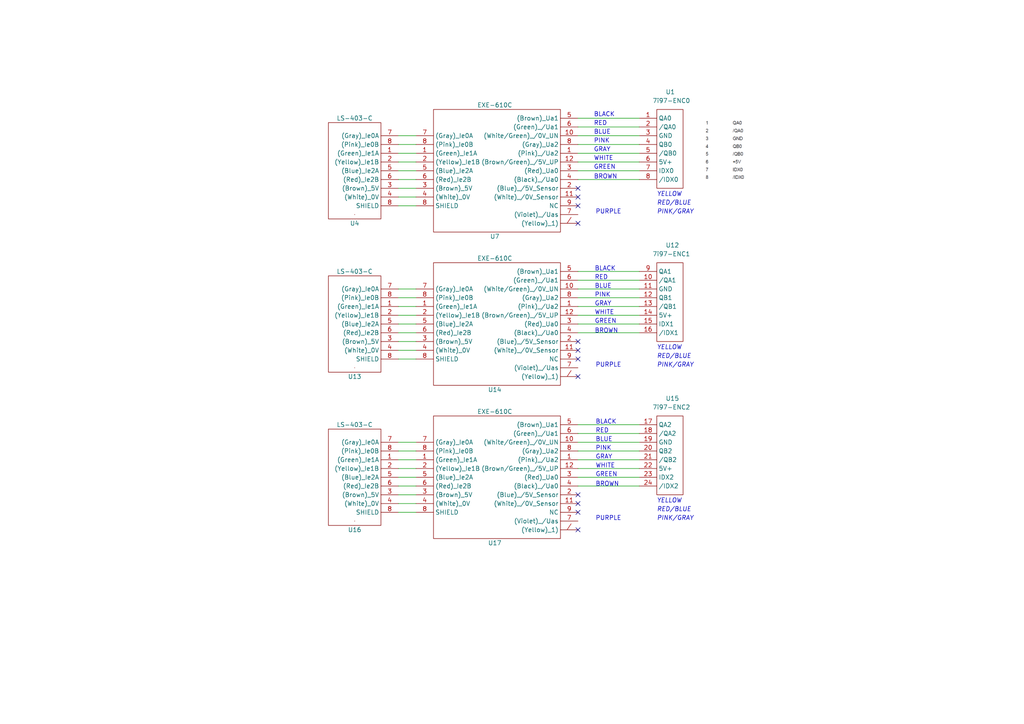
<source format=kicad_sch>
(kicad_sch (version 20250114) (generator "eeschema") (generator_version "9.0")
  (paper "A4")
  (lib_symbols
    (symbol "EXE-610C_1"
      (property "Reference" "EXE" (at 0 -19.05 0))
      (property "Value" "EXE-610C" (at 0 19.05 0))
      (symbol "EXE-610C_1_0_1"
        (rectangle (start -10.16 -2.54) (end -10.16 -2.54) (stroke (width 0.1524)))
        (rectangle (start -10.16 -2.54) (end -10.16 -2.54) (stroke (width 0.1524)))
        (polyline (pts (xy -10.16 -2.54) (xy -10.16 -2.54)) (stroke (width 0.1524)))
        (rectangle (start 19.05 17.78) (end -17.78 -17.78) (stroke (width 0.1524)))
      )
      (symbol "EXE-610C_1_1_1"
        (pin passive line (at -22.86 10.16 0) (length 5.08) (name "(Gray)_Ie0A") (number "7"))
        (pin passive line (at -22.86 7.62 0) (length 5.08) (name "(Pink)_Ie0B") (number "8"))
        (pin passive line (at -22.86 5.08 0) (length 5.08) (name "(Green)_Ie1A") (number "1"))
        (pin passive line (at -22.86 2.54 0) (length 5.08) (name "(Yellow)_Ie1B") (number "2"))
        (pin passive line (at -22.86 0 0) (length 5.08) (name "(Blue)_Ie2A") (number "5"))
        (pin passive line (at -22.86 -2.54 0) (length 5.08) (name "(Red)_Ie2B") (number "6"))
        (pin passive line (at -22.86 -5.08 0) (length 5.08) (name "(Brown)_5V") (number "3"))
        (pin passive line (at -22.86 -7.62 0) (length 5.08) (name "(White)_0V") (number "4"))
        (pin passive line (at -22.86 -10.16 0) (length 5.08) (name "SHIELD") (number "8"))
        (pin passive line (at 24.13 15.24 180) (length 5.08) (name "(Brown)_Ua1") (number "5"))
        (pin passive line (at 24.13 12.7 180) (length 5.08) (name "(Green)_/Ua1") (number "6"))
        (pin passive line (at 24.13 10.16 180) (length 5.08) (name "(White/Green)_/0V_UN") (number "10"))
        (pin passive line (at 24.13 7.62 180) (length 5.08) (name "(Gray)_Ua2") (number "8"))
        (pin passive line (at 24.13 5.08 180) (length 5.08) (name "(Pink)_/Ua2") (number "1"))
        (pin passive line (at 24.13 2.54 180) (length 5.08) (name "(Brown/Green)_/5V_UP") (number "12"))
        (pin passive line (at 24.13 0 180) (length 5.08) (name "(Red)_Ua0") (number "3"))
        (pin passive line (at 24.13 -2.54 180) (length 5.08) (name "(Black)_/Ua0") (number "4"))
        (pin passive line (at 24.13 -5.08 180) (length 5.08) (name "(Blue)_/5V_Sensor") (number "2"))
        (pin passive line (at 24.13 -7.62 180) (length 5.08) (name "(White)_/0V_Sensor") (number "11"))
        (pin passive line (at 24.13 -10.16 180) (length 5.08) (name "NC") (number "9"))
        (pin passive line (at 24.13 -12.7 180) (length 5.08) (name "(Violet)_/Uas") (number "7"))
        (pin passive line (at 24.13 -15.24 180) (length 5.08) (name "(Yellow)_1)") (number "/"))
      )
    )
    (symbol "EXE-610C_2"
      (property "Reference" "EXE" (at 0 -19.05 0))
      (property "Value" "EXE-610C" (at 0 19.05 0))
      (symbol "EXE-610C_2_0_1"
        (rectangle (start -10.16 -2.54) (end -10.16 -2.54) (stroke (width 0.1524)))
        (rectangle (start -10.16 -2.54) (end -10.16 -2.54) (stroke (width 0.1524)))
        (polyline (pts (xy -10.16 -2.54) (xy -10.16 -2.54)) (stroke (width 0.1524)))
        (rectangle (start 19.05 17.78) (end -17.78 -17.78) (stroke (width 0.1524)))
      )
      (symbol "EXE-610C_2_1_1"
        (pin passive line (at -22.86 10.16 0) (length 5.08) (name "(Gray)_Ie0A") (number "7"))
        (pin passive line (at -22.86 7.62 0) (length 5.08) (name "(Pink)_Ie0B") (number "8"))
        (pin passive line (at -22.86 5.08 0) (length 5.08) (name "(Green)_Ie1A") (number "1"))
        (pin passive line (at -22.86 2.54 0) (length 5.08) (name "(Yellow)_Ie1B") (number "2"))
        (pin passive line (at -22.86 0 0) (length 5.08) (name "(Blue)_Ie2A") (number "5"))
        (pin passive line (at -22.86 -2.54 0) (length 5.08) (name "(Red)_Ie2B") (number "6"))
        (pin passive line (at -22.86 -5.08 0) (length 5.08) (name "(Brown)_5V") (number "3"))
        (pin passive line (at -22.86 -7.62 0) (length 5.08) (name "(White)_0V") (number "4"))
        (pin passive line (at -22.86 -10.16 0) (length 5.08) (name "SHIELD") (number "8"))
        (pin passive line (at 24.13 15.24 180) (length 5.08) (name "(Brown)_Ua1") (number "5"))
        (pin passive line (at 24.13 12.7 180) (length 5.08) (name "(Green)_/Ua1") (number "6"))
        (pin passive line (at 24.13 10.16 180) (length 5.08) (name "(White/Green)_/0V_UN") (number "10"))
        (pin passive line (at 24.13 7.62 180) (length 5.08) (name "(Gray)_Ua2") (number "8"))
        (pin passive line (at 24.13 5.08 180) (length 5.08) (name "(Pink)_/Ua2") (number "1"))
        (pin passive line (at 24.13 2.54 180) (length 5.08) (name "(Brown/Green)_/5V_UP") (number "12"))
        (pin passive line (at 24.13 0 180) (length 5.08) (name "(Red)_Ua0") (number "3"))
        (pin passive line (at 24.13 -2.54 180) (length 5.08) (name "(Black)_/Ua0") (number "4"))
        (pin passive line (at 24.13 -5.08 180) (length 5.08) (name "(Blue)_/5V_Sensor") (number "2"))
        (pin passive line (at 24.13 -7.62 180) (length 5.08) (name "(White)_/0V_Sensor") (number "11"))
        (pin passive line (at 24.13 -10.16 180) (length 5.08) (name "NC") (number "9"))
        (pin passive line (at 24.13 -12.7 180) (length 5.08) (name "(Violet)_/Uas") (number "7"))
        (pin passive line (at 24.13 -15.24 180) (length 5.08) (name "(Yellow)_1)") (number "/"))
      )
    )
    (symbol "LS-403-C_1"
      (property "Reference" "LS" (at 0 -15.24 0))
      (property "Value" "LS-403-C" (at 0 15.24 0))
      (symbol "LS-403-C_1_0_1"
        (polyline (pts (xy 0 -12.7) (xy 0 -12.7)) (stroke (width 0.1524)))
        (rectangle (start 0 -12.7) (end 0 -12.7) (stroke (width 0.1524)))
        (rectangle (start 0 -12.7) (end 0 -12.7) (stroke (width 0.1524)))
        (rectangle (start 7.62 13.97) (end -7.62 -13.97) (stroke (width 0.1524)))
      )
      (symbol "LS-403-C_1_1_1"
        (pin passive line (at 12.7 10.16 180) (length 5.08) (name "(Gray)_Ie0A") (number "7"))
        (pin passive line (at 12.7 7.62 180) (length 5.08) (name "(Pink)_Ie0B") (number "8"))
        (pin passive line (at 12.7 5.08 180) (length 5.08) (name "(Green)_Ie1A") (number "1"))
        (pin passive line (at 12.7 2.54 180) (length 5.08) (name "(Yellow)_Ie1B") (number "2"))
        (pin passive line (at 12.7 0 180) (length 5.08) (name "(Blue)_Ie2A") (number "5"))
        (pin passive line (at 12.7 -2.54 180) (length 5.08) (name "(Red)_Ie2B") (number "6"))
        (pin passive line (at 12.7 -5.08 180) (length 5.08) (name "(Brown)_5V") (number "3"))
        (pin passive line (at 12.7 -7.62 180) (length 5.08) (name "(White)_0V") (number "4"))
        (pin passive line (at 12.7 -10.16 180) (length 5.08) (name "SHIELD") (number "8"))
      )
    )
    (symbol "LS-403-C_2"
      (property "Reference" "LS" (at 0 -15.24 0))
      (property "Value" "LS-403-C" (at 0 15.24 0))
      (symbol "LS-403-C_2_0_1"
        (polyline (pts (xy 0 -12.7) (xy 0 -12.7)) (stroke (width 0.1524)))
        (rectangle (start 0 -12.7) (end 0 -12.7) (stroke (width 0.1524)))
        (rectangle (start 0 -12.7) (end 0 -12.7) (stroke (width 0.1524)))
        (rectangle (start 7.62 13.97) (end -7.62 -13.97) (stroke (width 0.1524)))
      )
      (symbol "LS-403-C_2_1_1"
        (pin passive line (at 12.7 10.16 180) (length 5.08) (name "(Gray)_Ie0A") (number "7"))
        (pin passive line (at 12.7 7.62 180) (length 5.08) (name "(Pink)_Ie0B") (number "8"))
        (pin passive line (at 12.7 5.08 180) (length 5.08) (name "(Green)_Ie1A") (number "1"))
        (pin passive line (at 12.7 2.54 180) (length 5.08) (name "(Yellow)_Ie1B") (number "2"))
        (pin passive line (at 12.7 0 180) (length 5.08) (name "(Blue)_Ie2A") (number "5"))
        (pin passive line (at 12.7 -2.54 180) (length 5.08) (name "(Red)_Ie2B") (number "6"))
        (pin passive line (at 12.7 -5.08 180) (length 5.08) (name "(Brown)_5V") (number "3"))
        (pin passive line (at 12.7 -7.62 180) (length 5.08) (name "(White)_0V") (number "4"))
        (pin passive line (at 12.7 -10.16 180) (length 5.08) (name "SHIELD") (number "8"))
      )
    )
    (symbol "MAHO:7i97-ENC0"
      (property "Reference" "U" (at 0 15.24 0))
      (property "Value" "7i97-ENC0" (at 0 12.7 0))
      (symbol "7i97-ENC0_0_1"
        (rectangle (start -3.81 11.43) (end 3.81 -11.43) (stroke (width 0.1524)))
      )
      (symbol "7i97-ENC0_1_1"
        (pin passive line (at -8.89 8.89 0) (length 5.08) (name "QA0") (number "1"))
        (pin passive line (at -8.89 6.35 0) (length 5.08) (name "/QA0") (number "2"))
        (pin passive line (at -8.89 3.81 0) (length 5.08) (name "GND") (number "3"))
        (pin passive line (at -8.89 1.27 0) (length 5.08) (name "QB0") (number "4"))
        (pin passive line (at -8.89 -1.27 0) (length 5.08) (name "/QB0") (number "5"))
        (pin passive line (at -8.89 -3.81 0) (length 5.08) (name "5V+") (number "6"))
        (pin passive line (at -8.89 -6.35 0) (length 5.08) (name "IDX0") (number "7"))
        (pin passive line (at -8.89 -8.89 0) (length 5.08) (name "/IDX0") (number "8"))
      )
    )
    (symbol "MAHO:7i97-ENC1"
      (property "Reference" "U" (at 0 13.97 0))
      (property "Value" "7i97-ENC1" (at 0 12.7 0))
      (symbol "7i97-ENC1_0_1"
        (rectangle (start -3.81 11.43) (end 3.81 -11.43) (stroke (width 0.1524)))
      )
      (symbol "7i97-ENC1_1_1"
        (pin passive line (at -8.89 8.89 0) (length 5.08) (name "QA1") (number "9"))
        (pin passive line (at -8.89 6.35 0) (length 5.08) (name "/QA1") (number "10"))
        (pin passive line (at -8.89 3.81 0) (length 5.08) (name "GND") (number "11"))
        (pin passive line (at -8.89 1.27 0) (length 5.08) (name "QB1") (number "12"))
        (pin passive line (at -8.89 -1.27 0) (length 5.08) (name "/QB1") (number "13"))
        (pin passive line (at -8.89 -3.81 0) (length 5.08) (name "5V+") (number "14"))
        (pin passive line (at -8.89 -6.35 0) (length 5.08) (name "IDX1") (number "15"))
        (pin passive line (at -8.89 -8.89 0) (length 5.08) (name "/IDX1") (number "16"))
      )
    )
    (symbol "MAHO:7i97-ENC2"
      (property "Reference" "U" (at 0 15.24 0))
      (property "Value" "7i97-ENC2" (at 0 12.7 0))
      (symbol "7i97-ENC2_0_1"
        (rectangle (start -3.81 11.43) (end 3.81 -11.43) (stroke (width 0.1524)))
      )
      (symbol "7i97-ENC2_1_1"
        (pin passive line (at -8.89 8.89 0) (length 5.08) (name "QA2") (number "17"))
        (pin passive line (at -8.89 6.35 0) (length 5.08) (name "/QA2") (number "18"))
        (pin passive line (at -8.89 3.81 0) (length 5.08) (name "GND") (number "19"))
        (pin passive line (at -8.89 1.27 0) (length 5.08) (name "QB2") (number "20"))
        (pin passive line (at -8.89 -1.27 0) (length 5.08) (name "/QB2") (number "21"))
        (pin passive line (at -8.89 -3.81 0) (length 5.08) (name "5V+") (number "22"))
        (pin passive line (at -8.89 -6.35 0) (length 5.08) (name "IDX2") (number "23"))
        (pin passive line (at -8.89 -8.89 0) (length 5.08) (name "/IDX2") (number "24"))
      )
    )
    (symbol "MAHO:EXE-610C"
      (property "Reference" "EXE" (at 0 -19.05 0))
      (property "Value" "EXE-610C" (at 0 19.05 0))
      (symbol "EXE-610C_0_1"
        (rectangle (start -10.16 -2.54) (end -10.16 -2.54) (stroke (width 0.1524)))
        (rectangle (start -10.16 -2.54) (end -10.16 -2.54) (stroke (width 0.1524)))
        (polyline (pts (xy -10.16 -2.54) (xy -10.16 -2.54)) (stroke (width 0.1524)))
        (rectangle (start 19.05 17.78) (end -17.78 -17.78) (stroke (width 0.1524)))
      )
      (symbol "EXE-610C_1_1"
        (pin passive line (at -22.86 10.16 0) (length 5.08) (name "(Gray)_Ie0A") (number "7"))
        (pin passive line (at -22.86 7.62 0) (length 5.08) (name "(Pink)_Ie0B") (number "8"))
        (pin passive line (at -22.86 5.08 0) (length 5.08) (name "(Green)_Ie1A") (number "1"))
        (pin passive line (at -22.86 2.54 0) (length 5.08) (name "(Yellow)_Ie1B") (number "2"))
        (pin passive line (at -22.86 0 0) (length 5.08) (name "(Blue)_Ie2A") (number "5"))
        (pin passive line (at -22.86 -2.54 0) (length 5.08) (name "(Red)_Ie2B") (number "6"))
        (pin passive line (at -22.86 -5.08 0) (length 5.08) (name "(Brown)_5V") (number "3"))
        (pin passive line (at -22.86 -7.62 0) (length 5.08) (name "(White)_0V") (number "4"))
        (pin passive line (at -22.86 -10.16 0) (length 5.08) (name "SHIELD") (number "8"))
        (pin passive line (at 24.13 15.24 180) (length 5.08) (name "(Brown)_Ua1") (number "5"))
        (pin passive line (at 24.13 12.7 180) (length 5.08) (name "(Green)_/Ua1") (number "6"))
        (pin passive line (at 24.13 10.16 180) (length 5.08) (name "(White/Green)_/0V_UN") (number "10"))
        (pin passive line (at 24.13 7.62 180) (length 5.08) (name "(Gray)_Ua2") (number "8"))
        (pin passive line (at 24.13 5.08 180) (length 5.08) (name "(Pink)_/Ua2") (number "1"))
        (pin passive line (at 24.13 2.54 180) (length 5.08) (name "(Brown/Green)_/5V_UP") (number "12"))
        (pin passive line (at 24.13 0 180) (length 5.08) (name "(Red)_Ua0") (number "3"))
        (pin passive line (at 24.13 -2.54 180) (length 5.08) (name "(Black)_/Ua0") (number "4"))
        (pin passive line (at 24.13 -5.08 180) (length 5.08) (name "(Blue)_/5V_Sensor") (number "2"))
        (pin passive line (at 24.13 -7.62 180) (length 5.08) (name "(White)_/0V_Sensor") (number "11"))
        (pin passive line (at 24.13 -10.16 180) (length 5.08) (name "NC") (number "9"))
        (pin passive line (at 24.13 -12.7 180) (length 5.08) (name "(Violet)_/Uas") (number "7"))
        (pin passive line (at 24.13 -15.24 180) (length 5.08) (name "(Yellow)_1)") (number "/"))
      )
    )
    (symbol "MAHO:LS-403-C"
      (property "Reference" "LS" (at 0 -15.24 0))
      (property "Value" "LS-403-C" (at 0 15.24 0))
      (symbol "LS-403-C_0_1"
        (polyline (pts (xy 0 -12.7) (xy 0 -12.7)) (stroke (width 0.1524)))
        (rectangle (start 0 -12.7) (end 0 -12.7) (stroke (width 0.1524)))
        (rectangle (start 0 -12.7) (end 0 -12.7) (stroke (width 0.1524)))
        (rectangle (start 7.62 13.97) (end -7.62 -13.97) (stroke (width 0.1524)))
      )
      (symbol "LS-403-C_1_1"
        (pin passive line (at 12.7 10.16 180) (length 5.08) (name "(Gray)_Ie0A") (number "7"))
        (pin passive line (at 12.7 7.62 180) (length 5.08) (name "(Pink)_Ie0B") (number "8"))
        (pin passive line (at 12.7 5.08 180) (length 5.08) (name "(Green)_Ie1A") (number "1"))
        (pin passive line (at 12.7 2.54 180) (length 5.08) (name "(Yellow)_Ie1B") (number "2"))
        (pin passive line (at 12.7 0 180) (length 5.08) (name "(Blue)_Ie2A") (number "5"))
        (pin passive line (at 12.7 -2.54 180) (length 5.08) (name "(Red)_Ie2B") (number "6"))
        (pin passive line (at 12.7 -5.08 180) (length 5.08) (name "(Brown)_5V") (number "3"))
        (pin passive line (at 12.7 -7.62 180) (length 5.08) (name "(White)_0V") (number "4"))
        (pin passive line (at 12.7 -10.16 180) (length 5.08) (name "SHIELD") (number "8"))
      )
    )
  )
  (text "WHITE" (at 172.212 46.736 0) (effects (font (size 1.27 1.27)) (justify left bottom)))
  (text "BROWN" (at 172.212 52.07 0) (effects (font (size 1.27 1.27)) (justify left bottom)))
  (text "BLACK" (at 172.466 78.74 0) (effects (font (size 1.27 1.27)) (justify left bottom)))
  (text "PINK/GRAY" (at 190.5 106.68 0) (effects (font (size 1.27 1.27) (italic yes)) (justify left bottom)))
  (text "PURPLE" (at 172.72 62.23 0) (effects (font (size 1.27 1.27)) (justify left bottom)))
  (text "BLUE" (at 172.212 39.116 0) (effects (font (size 1.27 1.27)) (justify left bottom)))
  (text "YELLOW" (at 190.5 101.6 0) (effects (font (size 1.27 1.27) (italic yes)) (justify left bottom)))
  (text "RED" (at 172.212 36.576 0) (effects (font (size 1.27 1.27)) (justify left bottom)))
  (text "BLUE" (at 172.72 128.27 0) (effects (font (size 1.27 1.27)) (justify left bottom)))
  (text "PINK" (at 172.72 130.81 0) (effects (font (size 1.27 1.27)) (justify left bottom)))
  (text "BLACK" (at 172.72 123.19 0) (effects (font (size 1.27 1.27)) (justify left bottom)))
  (text "PINK" (at 172.466 86.36 0) (effects (font (size 1.27 1.27)) (justify left bottom)))
  (text "RED/BLUE" (at 190.5 148.59 0) (effects (font (size 1.27 1.27) (italic yes)) (justify left bottom)))
  (text "PINK" (at 172.212 41.656 0) (effects (font (size 1.27 1.27)) (justify left bottom)))
  (text "PURPLE" (at 172.72 151.13 0) (effects (font (size 1.27 1.27)) (justify left bottom)))
  (text "WHITE" (at 172.72 135.89 0) (effects (font (size 1.27 1.27)) (justify left bottom)))
  (text "GRAY" (at 172.212 44.196 0) (effects (font (size 1.27 1.27)) (justify left bottom)))
  (text "RED/BLUE" (at 190.5 104.14 0) (effects (font (size 1.27 1.27) (italic yes)) (justify left bottom)))
  (text "YELLOW" (at 190.5 146.05 0) (effects (font (size 1.27 1.27) (italic yes)) (justify left bottom)))
  (text "GREEN" (at 172.466 93.98 0) (effects (font (size 1.27 1.27)) (justify left bottom)))
  (text "GRAY" (at 172.72 133.35 0) (effects (font (size 1.27 1.27)) (justify left bottom)))
  (text "BROWN" (at 172.466 96.774 0) (effects (font (size 1.27 1.27)) (justify left bottom)))
  (text "PURPLE" (at 172.72 106.68 0) (effects (font (size 1.27 1.27)) (justify left bottom)))
  (text "YELLOW" (at 190.5 57.15 0) (effects (font (size 1.27 1.27) (italic yes)) (justify left bottom)))
  (text "GREEN" (at 172.72 138.43 0) (effects (font (size 1.27 1.27)) (justify left bottom)))
  (text "PINK/GRAY" (at 190.5 62.23 0) (effects (font (size 1.27 1.27) (italic yes)) (justify left bottom)))
  (text "RED/BLUE" (at 190.5 59.69 0) (effects (font (size 1.27 1.27) (italic yes)) (justify left bottom)))
  (text "BLUE" (at 172.466 83.82 0) (effects (font (size 1.27 1.27)) (justify left bottom)))
  (text "BROWN" (at 172.72 141.224 0) (effects (font (size 1.27 1.27)) (justify left bottom)))
  (text "BLACK" (at 172.212 34.036 0) (effects (font (size 1.27 1.27)) (justify left bottom)))
  (text "GREEN" (at 172.212 49.276 0) (effects (font (size 1.27 1.27)) (justify left bottom)))
  (text "RED" (at 172.466 81.28 0) (effects (font (size 1.27 1.27)) (justify left bottom)))
  (text "WHITE" (at 172.466 91.44 0) (effects (font (size 1.27 1.27)) (justify left bottom)))
  (text "GRAY" (at 172.466 88.9 0) (effects (font (size 1.27 1.27)) (justify left bottom)))
  (text "PINK/GRAY" (at 190.5 151.13 0) (effects (font (size 1.27 1.27) (italic yes)) (justify left bottom)))
  (text "RED" (at 172.72 125.73 0) (effects (font (size 1.27 1.27)) (justify left bottom)))
  (no_connect (at 167.64 57.15))
  (no_connect (at 167.64 59.69))
  (no_connect (at 167.64 99.06))
  (no_connect (at 167.64 64.77))
  (no_connect (at 167.64 146.05))
  (no_connect (at 167.64 54.61))
  (no_connect (at 167.64 109.22))
  (no_connect (at 167.64 153.67))
  (no_connect (at 167.64 148.59))
  (no_connect (at 167.64 101.6))
  (no_connect (at 167.64 143.51))
  (no_connect (at 167.64 104.14))
  (wire (pts (xy 115.57 83.82) (xy 120.65 83.82)))
  (wire (pts (xy 115.57 146.05) (xy 120.65 146.05)))
  (wire (pts (xy 167.64 83.82) (xy 185.42 83.82)))
  (wire (pts (xy 167.64 128.27) (xy 185.42 128.27)))
  (wire (pts (xy 115.57 135.89) (xy 120.65 135.89)))
  (wire (pts (xy 115.57 86.36) (xy 120.65 86.36)))
  (wire (pts (xy 115.57 130.81) (xy 120.65 130.81)))
  (wire (pts (xy 167.64 140.97) (xy 185.42 140.97)))
  (wire (pts (xy 115.57 54.61) (xy 120.65 54.61)))
  (wire (pts (xy 115.57 49.53) (xy 120.65 49.53)))
  (wire (pts (xy 167.64 130.81) (xy 185.42 130.81)))
  (wire (pts (xy 167.64 123.19) (xy 185.42 123.19)))
  (wire (pts (xy 115.57 41.91) (xy 120.65 41.91)))
  (wire (pts (xy 167.64 125.73) (xy 185.42 125.73)))
  (wire (pts (xy 167.64 41.91) (xy 185.42 41.91)))
  (wire (pts (xy 167.64 93.98) (xy 185.42 93.98)))
  (wire (pts (xy 115.57 140.97) (xy 120.65 140.97)))
  (wire (pts (xy 167.64 91.44) (xy 185.42 91.44)))
  (wire (pts (xy 115.57 46.99) (xy 120.65 46.99)))
  (wire (pts (xy 167.64 133.35) (xy 185.42 133.35)))
  (wire (pts (xy 115.57 93.98) (xy 120.65 93.98)))
  (wire (pts (xy 167.64 46.99) (xy 185.42 46.99)))
  (wire (pts (xy 167.64 49.53) (xy 185.42 49.53)))
  (wire (pts (xy 115.57 133.35) (xy 120.65 133.35)))
  (wire (pts (xy 167.64 86.36) (xy 185.42 86.36)))
  (wire (pts (xy 167.64 96.52) (xy 185.42 96.52)))
  (wire (pts (xy 115.57 91.44) (xy 120.65 91.44)))
  (wire (pts (xy 115.57 59.69) (xy 120.65 59.69)))
  (wire (pts (xy 115.57 99.06) (xy 120.65 99.06)))
  (wire (pts (xy 167.64 88.9) (xy 185.42 88.9)))
  (wire (pts (xy 115.57 96.52) (xy 120.65 96.52)))
  (wire (pts (xy 167.64 36.83) (xy 185.42 36.83)))
  (wire (pts (xy 167.64 39.37) (xy 185.42 39.37)))
  (wire (pts (xy 115.57 52.07) (xy 120.65 52.07)))
  (wire (pts (xy 115.57 128.27) (xy 120.65 128.27)))
  (wire (pts (xy 115.57 143.51) (xy 120.65 143.51)))
  (wire (pts (xy 167.64 138.43) (xy 185.42 138.43)))
  (wire (pts (xy 115.57 44.45) (xy 120.65 44.45)))
  (wire (pts (xy 115.57 104.14) (xy 120.65 104.14)))
  (wire (pts (xy 167.64 78.74) (xy 185.42 78.74)))
  (wire (pts (xy 167.64 135.89) (xy 185.42 135.89)))
  (wire (pts (xy 167.64 52.07) (xy 185.42 52.07)))
  (wire (pts (xy 115.57 39.37) (xy 120.65 39.37)))
  (wire (pts (xy 167.64 34.29) (xy 185.42 34.29)))
  (wire (pts (xy 115.57 138.43) (xy 120.65 138.43)))
  (wire (pts (xy 167.64 44.45) (xy 185.42 44.45)))
  (wire (pts (xy 167.64 81.28) (xy 185.42 81.28)))
  (wire (pts (xy 115.57 148.59) (xy 120.65 148.59)))
  (wire (pts (xy 115.57 88.9) (xy 120.65 88.9)))
  (wire (pts (xy 115.57 101.6) (xy 120.65 101.6)))
  (wire (pts (xy 115.57 57.15) (xy 120.65 57.15)))
  (image (at 210.82 43.18) (scale 0.247454))
  (symbol (lib_id "MAHO:7i97-ENC2") (at 194.31 132.08 0) (unit 1)
    (property "Reference" "U15" (at 193.04 115.57 0) (effects (justify left)))
    (property "Value" "7i97-ENC2" (at 189.23 118.11 0) (effects (justify left)))
  )
  (symbol (lib_name "EXE-610C_2") (lib_id "MAHO:EXE-610C") (at 143.51 93.98 0) (unit 1)
    (property "Reference" "U14" (at 143.51 113.03 0))
    (property "Value" "EXE-610C" (at 143.51 74.93 0))
  )
  (symbol (lib_name "EXE-610C_1") (lib_id "MAHO:EXE-610C") (at 143.51 138.43 0) (unit 1)
    (property "Reference" "U17" (at 143.51 157.48 0))
    (property "Value" "EXE-610C" (at 143.51 119.38 0))
  )
  (symbol (lib_id "MAHO:7i97-ENC1") (at 194.31 87.63 0) (unit 1)
    (property "Reference" "U12" (at 193.04 71.12 0) (effects (justify left)))
    (property "Value" "7i97-ENC1" (at 189.23 73.66 0) (effects (justify left)))
  )
  (symbol (lib_id "MAHO:EXE-610C") (at 143.51 49.53 0) (unit 1)
    (property "Reference" "U7" (at 143.51 68.58 0))
    (property "Value" "EXE-610C" (at 143.51 30.48 0))
  )
  (symbol (lib_name "LS-403-C_1") (lib_id "MAHO:LS-403-C") (at 102.87 49.53 0) (unit 1)
    (property "Reference" "U4" (at 102.87 64.77 0))
    (property "Value" "LS-403-C" (at 102.87 34.29 0))
  )
  (symbol (lib_id "MAHO:LS-403-C") (at 102.87 138.43 0) (unit 1)
    (property "Reference" "U16" (at 102.87 153.67 0))
    (property "Value" "LS-403-C" (at 102.87 123.19 0))
  )
  (symbol (lib_name "LS-403-C_2") (lib_id "MAHO:LS-403-C") (at 102.87 93.98 0) (unit 1)
    (property "Reference" "U13" (at 102.87 109.22 0))
    (property "Value" "LS-403-C" (at 102.87 78.74 0))
  )
  (symbol (lib_id "MAHO:7i97-ENC0") (at 194.31 43.18 0) (unit 1)
    (property "Reference" "U1" (at 193.04 26.67 0) (effects (justify left)))
    (property "Value" "7i97-ENC0" (at 189.23 29.21 0) (effects (justify left)))
  )
)
</source>
